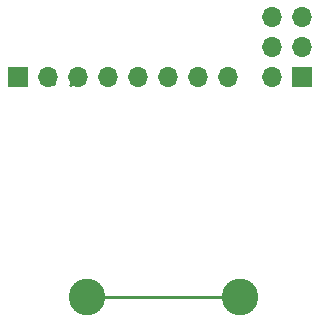
<source format=gbr>
G04 #@! TF.GenerationSoftware,KiCad,Pcbnew,(5.1.8)-1*
G04 #@! TF.CreationDate,2021-02-09T21:10:15+01:00*
G04 #@! TF.ProjectId,attnodev2_prog_o,6174746e-6f64-4657-9632-5f70726f675f,rev?*
G04 #@! TF.SameCoordinates,Original*
G04 #@! TF.FileFunction,Copper,L1,Top*
G04 #@! TF.FilePolarity,Positive*
%FSLAX46Y46*%
G04 Gerber Fmt 4.6, Leading zero omitted, Abs format (unit mm)*
G04 Created by KiCad (PCBNEW (5.1.8)-1) date 2021-02-09 21:10:15*
%MOMM*%
%LPD*%
G01*
G04 APERTURE LIST*
G04 #@! TA.AperFunction,ComponentPad*
%ADD10O,1.700000X1.700000*%
G04 #@! TD*
G04 #@! TA.AperFunction,ComponentPad*
%ADD11R,1.700000X1.700000*%
G04 #@! TD*
G04 #@! TA.AperFunction,ViaPad*
%ADD12C,3.100000*%
G04 #@! TD*
G04 #@! TA.AperFunction,Conductor*
%ADD13C,0.250000*%
G04 #@! TD*
G04 APERTURE END LIST*
D10*
X79476600Y-59436000D03*
X82016600Y-59436000D03*
X79476600Y-61976000D03*
X82016600Y-61976000D03*
X79476600Y-64516000D03*
D11*
X82016600Y-64516000D03*
D10*
X75692000Y-64516000D03*
X73152000Y-64516000D03*
X70612000Y-64516000D03*
X68072000Y-64516000D03*
X65532000Y-64516000D03*
X62992000Y-64516000D03*
X60452000Y-64516000D03*
D11*
X57912000Y-64516000D03*
D12*
X76776000Y-83100000D03*
X63776000Y-83100000D03*
D13*
X77588328Y-83100000D02*
X76776000Y-83100000D01*
X63776000Y-83100000D02*
X77588328Y-83100000D01*
X62340000Y-65168000D02*
X62992000Y-64516000D01*
X60975001Y-65039001D02*
X60452000Y-64516000D01*
M02*

</source>
